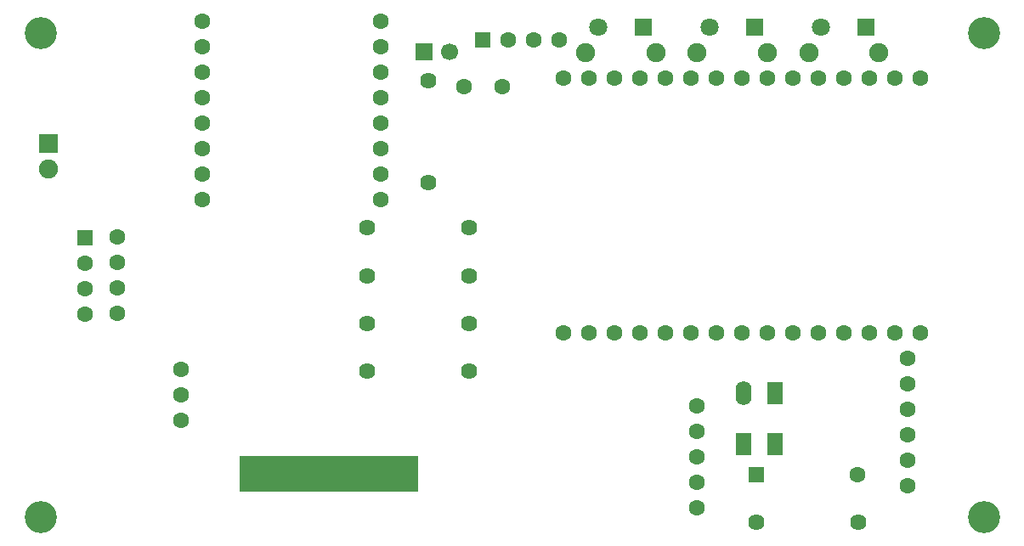
<source format=gbr>
G04 DipTrace 4.2.0.1*
G04 BottomMask.gbr*
%MOMM*%
G04 #@! TF.FileFunction,Soldermask,Bot*
G04 #@! TF.Part,Single*
%ADD16R,1.7X1.7*%
%ADD17C,1.8*%
%ADD19R,1.6X1.6*%
%ADD24R,1.8X1.8*%
%ADD29C,3.2*%
%ADD39R,1.6X2.2*%
%ADD41O,1.6X2.4*%
%ADD43R,1.9X1.9*%
%ADD44C,1.624*%
%ADD46C,1.624*%
%ADD48C,1.6*%
%ADD51C,1.7*%
%ADD53C,1.9*%
%FSLAX35Y35*%
G04*
G71*
G90*
G75*
G01*
G04 BotMask*
%LPD*%
D17*
X9061750Y6175750D3*
D24*
X9511750D3*
D53*
X8936750Y5925750D3*
X9636750D3*
D51*
X5360220Y5928150D3*
D16*
X5106220D3*
D19*
X8416623Y1714377D3*
D48*
X9426623D3*
X4668890Y4460733D3*
X4668884Y4714733D3*
X4668878Y4968733D3*
X4668873Y5222733D3*
X4668867Y5476733D3*
X4668862Y5730733D3*
X4668856Y5984733D3*
X4668850Y6238733D3*
X2890850Y6238694D3*
D3*
X2890856Y5984694D3*
X2890862Y5730694D3*
X2890867Y5476694D3*
X2890873Y5222694D3*
X2890878Y4968694D3*
X2890884Y4714694D3*
X2890890Y4460694D3*
D17*
X6839250Y6175750D3*
D24*
X7289250D3*
D53*
X6714250Y5925750D3*
X7414250D3*
D17*
X7950500Y6175750D3*
D24*
X8400500D3*
D53*
X7825500Y5925750D3*
X8525500D3*
D48*
X6492750Y3127250D3*
X6746750D3*
X7000750D3*
X7254750D3*
X7508750D3*
X7762750D3*
X8016750D3*
X8270750D3*
X8524750D3*
D3*
X8778750D3*
X9032750D3*
X9286750D3*
X9540750D3*
X9794750D3*
X10048750D3*
Y5667250D3*
X9794750D3*
X9540750D3*
X9286750D3*
X9032750D3*
X8778750D3*
X8524750D3*
X8270750D3*
X8016750D3*
X7762750D3*
X7508750D3*
X7254750D3*
X7000750D3*
X6746750D3*
X6492750D3*
X7826250Y1889000D3*
Y2143000D3*
Y2397000D3*
Y1635000D3*
Y1381000D3*
D19*
X1730250Y4079750D3*
D48*
Y3825750D3*
Y3571750D3*
Y3317750D3*
D19*
X5692957Y6048250D3*
D48*
X5946957D3*
X6200957D3*
X6454957D3*
X2045000Y4086250D3*
Y3832250D3*
Y3578250D3*
D3*
Y3324250D3*
D29*
X1283000Y6118250D3*
Y1292250D3*
X10681000D3*
Y6118250D3*
D48*
X5879607Y5584093D3*
X5498607D3*
D46*
X5556127Y4175000D3*
D44*
X4540127D3*
D46*
X5556127Y3698750D3*
D44*
X4540127D3*
D46*
X5556123Y3222500D3*
D44*
X4540123D3*
D46*
X5556127Y2746250D3*
D44*
X4540127D3*
D46*
X9429627Y1238123D3*
D44*
X8413627D3*
D46*
X5146603Y5638353D3*
D44*
Y4622353D3*
D43*
X1365123Y5016373D3*
D53*
Y4762373D3*
D48*
X9921750Y2873250D3*
Y2619250D3*
Y2365250D3*
Y2111250D3*
Y1857250D3*
Y1603250D3*
X2682750Y2762127D3*
Y2508127D3*
Y2254127D3*
D41*
X8286669Y2523997D3*
D39*
X8604119Y2524003D3*
X8286678Y2015997D3*
X8604128Y2016003D3*
G36*
X3270127Y1895797D2*
X5048127D1*
Y1546550D1*
X3270127D1*
Y1895797D1*
G37*
M02*

</source>
